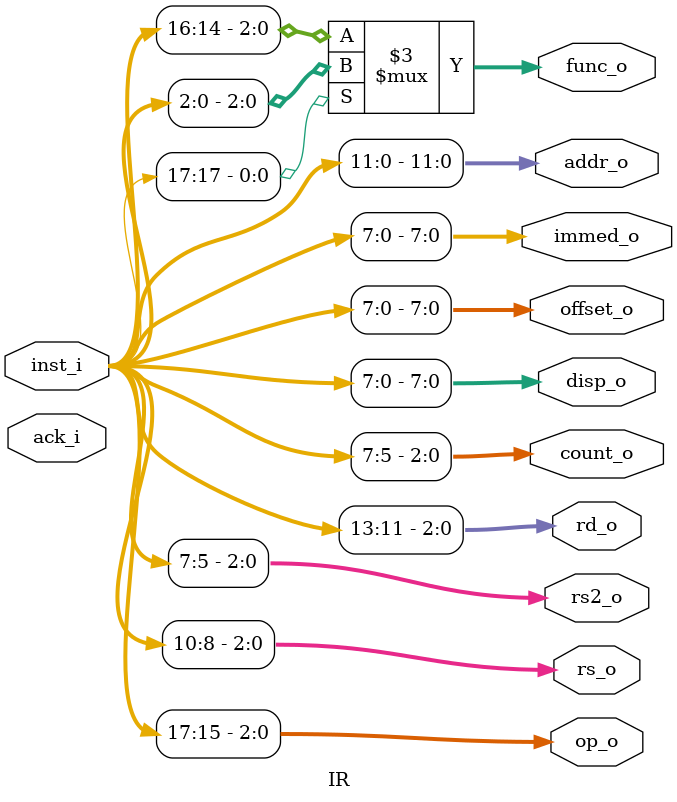
<source format=sv>
module IR(
  input logic
  ack_i,
  input logic [17:0]
  inst_i,
  output logic [2:0]
  op_o,//
  func_o,//
  rs_o,
  rs2_o,
  rd_o,
  count_o,
  output logic [7:0]
  disp_o,
  offset_o,//
  immed_o,//
  output logic [11:0]
  addr_o//
);

  //Control Unit
  always_comb op_o = inst_i[17:15];
  always_comb func_o = inst_i[17] ? inst_i[2:0] : inst_i[16:14];
  //logic
  always_comb rs_o = inst_i[10:8];
  always_comb rs2_o = inst_i[7:5];
  always_comb rd_o = inst_i[13:11];
  always_comb immed_o = inst_i[7:0];
  always_comb count_o = inst_i[7:5];
  //others
  always_comb addr_o = inst_i[11:0];
  always_comb offset_o = inst_i[7:0];
  always_comb disp_o = inst_i[7:0];

endmodule

</source>
